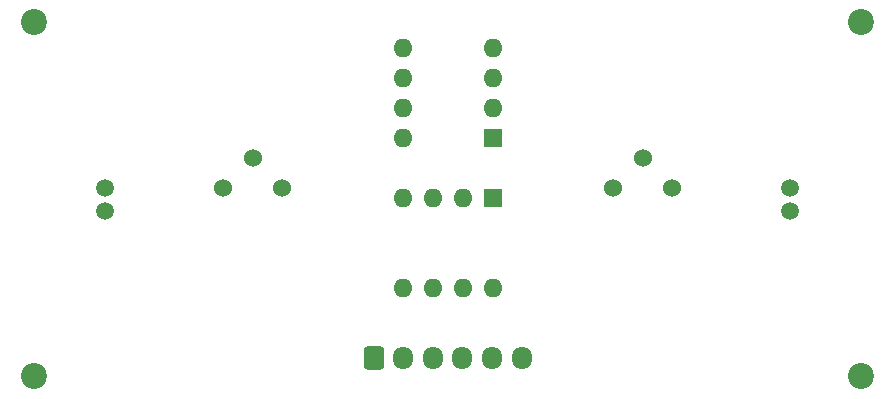
<source format=gbs>
G04 #@! TF.GenerationSoftware,KiCad,Pcbnew,8.0.6-8.0.6-0~ubuntu24.04.1*
G04 #@! TF.CreationDate,2024-10-30T20:02:34+09:00*
G04 #@! TF.ProjectId,zatopos-ear-mic,7a61746f-706f-4732-9d65-61722d6d6963,rev?*
G04 #@! TF.SameCoordinates,Original*
G04 #@! TF.FileFunction,Soldermask,Bot*
G04 #@! TF.FilePolarity,Negative*
%FSLAX46Y46*%
G04 Gerber Fmt 4.6, Leading zero omitted, Abs format (unit mm)*
G04 Created by KiCad (PCBNEW 8.0.6-8.0.6-0~ubuntu24.04.1) date 2024-10-30 20:02:34*
%MOMM*%
%LPD*%
G01*
G04 APERTURE LIST*
G04 Aperture macros list*
%AMRoundRect*
0 Rectangle with rounded corners*
0 $1 Rounding radius*
0 $2 $3 $4 $5 $6 $7 $8 $9 X,Y pos of 4 corners*
0 Add a 4 corners polygon primitive as box body*
4,1,4,$2,$3,$4,$5,$6,$7,$8,$9,$2,$3,0*
0 Add four circle primitives for the rounded corners*
1,1,$1+$1,$2,$3*
1,1,$1+$1,$4,$5*
1,1,$1+$1,$6,$7*
1,1,$1+$1,$8,$9*
0 Add four rect primitives between the rounded corners*
20,1,$1+$1,$2,$3,$4,$5,0*
20,1,$1+$1,$4,$5,$6,$7,0*
20,1,$1+$1,$6,$7,$8,$9,0*
20,1,$1+$1,$8,$9,$2,$3,0*%
G04 Aperture macros list end*
%ADD10RoundRect,0.250000X-0.600000X-0.725000X0.600000X-0.725000X0.600000X0.725000X-0.600000X0.725000X0*%
%ADD11O,1.700000X1.950000*%
%ADD12C,1.524000*%
%ADD13C,2.200000*%
%ADD14R,1.600000X1.600000*%
%ADD15O,1.600000X1.600000*%
%ADD16C,1.500000*%
G04 APERTURE END LIST*
D10*
X143750000Y-113475000D03*
D11*
X146250000Y-113475000D03*
X148750000Y-113475000D03*
X151250000Y-113475000D03*
X153750000Y-113475000D03*
X156250000Y-113475000D03*
D12*
X131000000Y-99000000D03*
X133500000Y-96500000D03*
X136000000Y-99000000D03*
D13*
X185000000Y-115000000D03*
X185000000Y-85000000D03*
D14*
X153800000Y-94800000D03*
D15*
X153800000Y-92260000D03*
X153800000Y-89720000D03*
X153800000Y-87180000D03*
X146180000Y-87180000D03*
X146180000Y-89720000D03*
X146180000Y-92260000D03*
X146180000Y-94800000D03*
D14*
X153800000Y-99880000D03*
D15*
X151260000Y-99880000D03*
X148720000Y-99880000D03*
X146180000Y-99880000D03*
X146180000Y-107500000D03*
X148720000Y-107500000D03*
X151260000Y-107500000D03*
X153800000Y-107500000D03*
D13*
X115000000Y-115000000D03*
D12*
X164000000Y-99000000D03*
X166500000Y-96500000D03*
X169000000Y-99000000D03*
D13*
X115000000Y-85000000D03*
D16*
X179000000Y-100950000D03*
X179000000Y-99050000D03*
X121000000Y-99050000D03*
X121000000Y-100950000D03*
M02*

</source>
